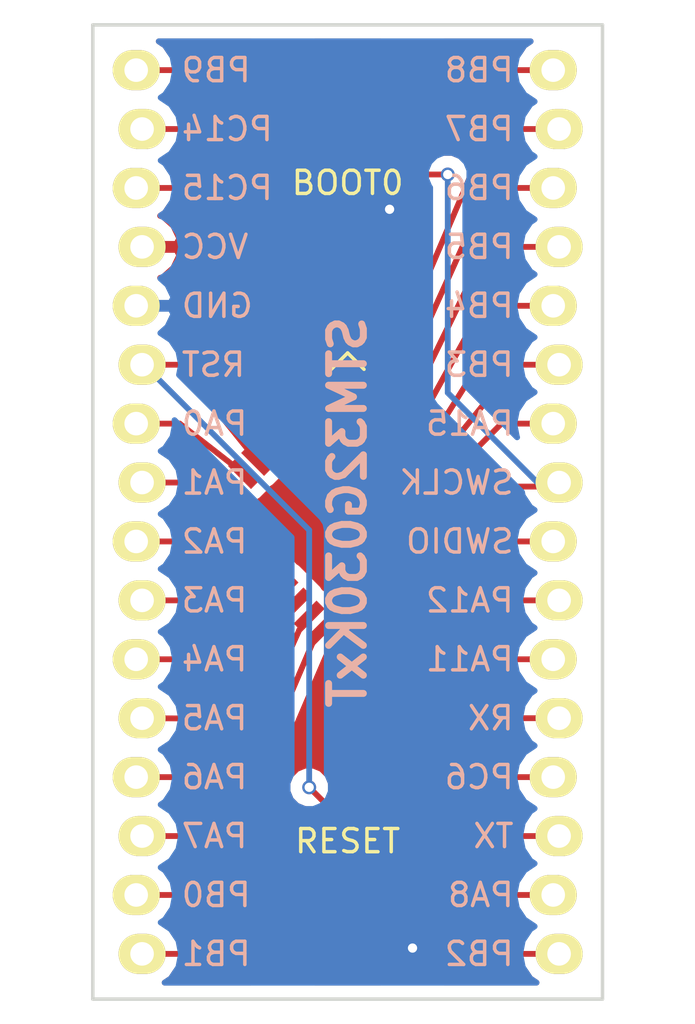
<source format=kicad_pcb>
(kicad_pcb (version 4) (host pcbnew 4.0.2+dfsg1-stable)

  (general
    (links 43)
    (no_connects 0)
    (area 125.794999 76.065 156.205001 121.785)
    (thickness 1.6)
    (drawings 37)
    (tracks 113)
    (zones 0)
    (modules 9)
    (nets 34)
  )

  (page A4)
  (layers
    (0 F.Cu signal)
    (31 B.Cu signal)
    (32 B.Adhes user)
    (33 F.Adhes user)
    (34 B.Paste user)
    (35 F.Paste user)
    (36 B.SilkS user)
    (37 F.SilkS user)
    (38 B.Mask user)
    (39 F.Mask user)
    (40 Dwgs.User user)
    (41 Cmts.User user)
    (42 Eco1.User user)
    (43 Eco2.User user)
    (44 Edge.Cuts user)
    (45 Margin user)
    (46 B.CrtYd user)
    (47 F.CrtYd user)
    (48 B.Fab user)
    (49 F.Fab user)
  )

  (setup
    (last_trace_width 0.25)
    (trace_clearance 0.2)
    (zone_clearance 0.508)
    (zone_45_only no)
    (trace_min 0.2)
    (segment_width 0.2)
    (edge_width 0.15)
    (via_size 0.6)
    (via_drill 0.4)
    (via_min_size 0.4)
    (via_min_drill 0.3)
    (uvia_size 0.3)
    (uvia_drill 0.1)
    (uvias_allowed no)
    (uvia_min_size 0.2)
    (uvia_min_drill 0.1)
    (pcb_text_width 0.3)
    (pcb_text_size 1.5 1.5)
    (mod_edge_width 0.15)
    (mod_text_size 1 1)
    (mod_text_width 0.15)
    (pad_size 0.8 0.8)
    (pad_drill 0)
    (pad_to_mask_clearance 0.2)
    (aux_axis_origin 0 0)
    (visible_elements FFFFFF7F)
    (pcbplotparams
      (layerselection 0x00030_80000001)
      (usegerberextensions false)
      (excludeedgelayer true)
      (linewidth 0.150000)
      (plotframeref false)
      (viasonmask false)
      (mode 1)
      (useauxorigin false)
      (hpglpennumber 1)
      (hpglpenspeed 20)
      (hpglpendiameter 15)
      (hpglpenoverlay 2)
      (psnegative false)
      (psa4output false)
      (plotreference true)
      (plotvalue true)
      (plotinvisibletext false)
      (padsonsilk false)
      (subtractmaskfromsilk false)
      (outputformat 1)
      (mirror false)
      (drillshape 1)
      (scaleselection 1)
      (outputdirectory ""))
  )

  (net 0 "")
  (net 1 /gnd)
  (net 2 /vcc)
  (net 3 /boot0)
  (net 4 /nrst)
  (net 5 /pa0)
  (net 6 /pa1)
  (net 7 /pa2)
  (net 8 /pa3)
  (net 9 /pa4)
  (net 10 /pa5)
  (net 11 /pa6)
  (net 12 /pa7)
  (net 13 /pb0)
  (net 14 /pb1)
  (net 15 /pb9)
  (net 16 /pc14)
  (net 17 /pc15)
  (net 18 /pb8)
  (net 19 /pb7)
  (net 20 /pb6)
  (net 21 /pb5)
  (net 22 /pb4)
  (net 23 /pb3)
  (net 24 /pa15)
  (net 25 /swdio)
  (net 26 /pa12)
  (net 27 /pa11)
  (net 28 /rx)
  (net 29 /pc6)
  (net 30 /tx)
  (net 31 /pa8)
  (net 32 /pb2)
  (net 33 /x0)

  (net_class Default "This is the default net class."
    (clearance 0.2)
    (trace_width 0.25)
    (via_dia 0.6)
    (via_drill 0.4)
    (uvia_dia 0.3)
    (uvia_drill 0.1)
    (add_net /boot0)
    (add_net /gnd)
    (add_net /nrst)
    (add_net /pa0)
    (add_net /pa1)
    (add_net /pa11)
    (add_net /pa12)
    (add_net /pa15)
    (add_net /pa2)
    (add_net /pa3)
    (add_net /pa4)
    (add_net /pa5)
    (add_net /pa6)
    (add_net /pa7)
    (add_net /pa8)
    (add_net /pb0)
    (add_net /pb1)
    (add_net /pb2)
    (add_net /pb3)
    (add_net /pb4)
    (add_net /pb5)
    (add_net /pb6)
    (add_net /pb7)
    (add_net /pb8)
    (add_net /pb9)
    (add_net /pc14)
    (add_net /pc15)
    (add_net /pc6)
    (add_net /rx)
    (add_net /swdio)
    (add_net /tx)
    (add_net /vcc)
    (add_net /x0)
  )

  (module 00_my_modules:header1x16wiggle (layer F.Cu) (tedit 5E7839A4) (tstamp 5E6473A0)
    (at 150 99)
    (descr "Through hole pin header")
    (tags "pin header")
    (fp_text reference "" (at 0 -2.4) (layer F.SilkS)
      (effects (font (size 0.5 0.5) (thickness 0.01)))
    )
    (fp_text value "" (at 0 -3.1) (layer F.Fab)
      (effects (font (size 0.5 0.5) (thickness 0.01)))
    )
    (fp_line (start -1.75 -20.8) (end -1.75 20.8) (layer F.CrtYd) (width 0.05))
    (fp_line (start 1.75 -20.8) (end 1.75 20.8) (layer F.CrtYd) (width 0.05))
    (fp_line (start -1.75 -20.8) (end 1.75 -20.8) (layer F.CrtYd) (width 0.05))
    (fp_line (start -1.75 20.8) (end 1.75 20.8) (layer F.CrtYd) (width 0.05))
    (fp_line (start -6 -19.05) (end 6 -19.05) (layer F.CrtYd) (width 0.01))
    (fp_line (start -6 0) (end 6 0) (layer F.CrtYd) (width 0.01))
    (fp_line (start -6 19.05) (end 6 19.05) (layer F.CrtYd) (width 0.01))
    (fp_line (start -3 -19.05) (end 3 -19.05) (layer F.CrtYd) (width 0.01))
    (fp_line (start -3 -16.51) (end 3 -16.51) (layer F.CrtYd) (width 0.01))
    (fp_line (start -3 -13.97) (end 3 -13.97) (layer F.CrtYd) (width 0.01))
    (fp_line (start -3 -11.43) (end 3 -11.43) (layer F.CrtYd) (width 0.01))
    (fp_line (start -3 -8.89) (end 3 -8.89) (layer F.CrtYd) (width 0.01))
    (fp_line (start -3 -6.35) (end 3 -6.35) (layer F.CrtYd) (width 0.01))
    (fp_line (start -3 -3.81) (end 3 -3.81) (layer F.CrtYd) (width 0.01))
    (fp_line (start -3 -1.27) (end 3 -1.27) (layer F.CrtYd) (width 0.01))
    (fp_line (start -3 1.27) (end 3 1.27) (layer F.CrtYd) (width 0.01))
    (fp_line (start -3 3.81) (end 3 3.81) (layer F.CrtYd) (width 0.01))
    (fp_line (start -3 6.35) (end 3 6.35) (layer F.CrtYd) (width 0.01))
    (fp_line (start -3 8.89) (end 3 8.89) (layer F.CrtYd) (width 0.01))
    (fp_line (start -3 11.43) (end 3 11.43) (layer F.CrtYd) (width 0.01))
    (fp_line (start -3 13.97) (end 3 13.97) (layer F.CrtYd) (width 0.01))
    (fp_line (start -3 16.51) (end 3 16.51) (layer F.CrtYd) (width 0.01))
    (fp_line (start -3 19.05) (end 3 19.05) (layer F.CrtYd) (width 0.01))
    (pad 1 thru_hole oval (at -0.127 -19.05) (size 2.032 1.7272) (drill 1.016) (layers *.Cu *.Mask F.SilkS)
      (net 18 /pb8))
    (pad 2 thru_hole oval (at 0.127 -16.51) (size 2.032 1.7272) (drill 1.016) (layers *.Cu *.Mask F.SilkS)
      (net 19 /pb7))
    (pad 3 thru_hole oval (at -0.127 -13.97) (size 2.032 1.7272) (drill 1.016) (layers *.Cu *.Mask F.SilkS)
      (net 20 /pb6))
    (pad 4 thru_hole oval (at 0.127 -11.43) (size 2.032 1.7272) (drill 1.016) (layers *.Cu *.Mask F.SilkS)
      (net 21 /pb5))
    (pad 5 thru_hole oval (at -0.127 -8.89) (size 2.032 1.7272) (drill 1.016) (layers *.Cu *.Mask F.SilkS)
      (net 22 /pb4))
    (pad 6 thru_hole oval (at 0.127 -6.35) (size 2.032 1.7272) (drill 1.016) (layers *.Cu *.Mask F.SilkS)
      (net 23 /pb3))
    (pad 7 thru_hole oval (at -0.127 -3.81) (size 2.032 1.7272) (drill 1.016) (layers *.Cu *.Mask F.SilkS)
      (net 24 /pa15))
    (pad 8 thru_hole oval (at 0.127 -1.27) (size 2.032 1.7272) (drill 1.016) (layers *.Cu *.Mask F.SilkS)
      (net 3 /boot0))
    (pad 9 thru_hole oval (at -0.127 1.27) (size 2.032 1.7272) (drill 1.016) (layers *.Cu *.Mask F.SilkS)
      (net 25 /swdio))
    (pad 10 thru_hole oval (at 0.127 3.81) (size 2.032 1.7272) (drill 1.016) (layers *.Cu *.Mask F.SilkS)
      (net 26 /pa12))
    (pad 11 thru_hole oval (at -0.127 6.35) (size 2.032 1.7272) (drill 1.016) (layers *.Cu *.Mask F.SilkS)
      (net 27 /pa11))
    (pad 12 thru_hole oval (at 0.127 8.89) (size 2.032 1.7272) (drill 1.016) (layers *.Cu *.Mask F.SilkS)
      (net 28 /rx))
    (pad 13 thru_hole oval (at -0.127 11.43) (size 2.032 1.7272) (drill 1.016) (layers *.Cu *.Mask F.SilkS)
      (net 29 /pc6))
    (pad 14 thru_hole oval (at 0.127 13.97) (size 2.032 1.7272) (drill 1.016) (layers *.Cu *.Mask F.SilkS)
      (net 30 /tx))
    (pad 15 thru_hole oval (at -0.127 16.51) (size 2.032 1.7272) (drill 1.016) (layers *.Cu *.Mask F.SilkS)
      (net 31 /pa8))
    (pad 16 thru_hole oval (at 0.127 19.05) (size 2.032 1.7272) (drill 1.016) (layers *.Cu *.Mask F.SilkS)
      (net 32 /pb2))
  )

  (module 00_my_modules:header1x16wiggle (layer F.Cu) (tedit 5E7836EF) (tstamp 5E6473D5)
    (at 132 99)
    (descr "Through hole pin header")
    (tags "pin header")
    (fp_text reference "" (at 0 -2.4) (layer F.SilkS)
      (effects (font (size 0.5 0.5) (thickness 0.01)))
    )
    (fp_text value "" (at 0 -3.1) (layer F.Fab)
      (effects (font (size 0.5 0.5) (thickness 0.01)))
    )
    (fp_line (start -1.75 -20.8) (end -1.75 20.8) (layer F.CrtYd) (width 0.05))
    (fp_line (start 1.75 -20.8) (end 1.75 20.8) (layer F.CrtYd) (width 0.05))
    (fp_line (start -1.75 -20.8) (end 1.75 -20.8) (layer F.CrtYd) (width 0.05))
    (fp_line (start -1.75 20.8) (end 1.75 20.8) (layer F.CrtYd) (width 0.05))
    (fp_line (start -6 -19.05) (end 6 -19.05) (layer F.CrtYd) (width 0.01))
    (fp_line (start -6 0) (end 6 0) (layer F.CrtYd) (width 0.01))
    (fp_line (start -6 19.05) (end 6 19.05) (layer F.CrtYd) (width 0.01))
    (fp_line (start -3 -19.05) (end 3 -19.05) (layer F.CrtYd) (width 0.01))
    (fp_line (start -3 -16.51) (end 3 -16.51) (layer F.CrtYd) (width 0.01))
    (fp_line (start -3 -13.97) (end 3 -13.97) (layer F.CrtYd) (width 0.01))
    (fp_line (start -3 -11.43) (end 3 -11.43) (layer F.CrtYd) (width 0.01))
    (fp_line (start -3 -8.89) (end 3 -8.89) (layer F.CrtYd) (width 0.01))
    (fp_line (start -3 -6.35) (end 3 -6.35) (layer F.CrtYd) (width 0.01))
    (fp_line (start -3 -3.81) (end 3 -3.81) (layer F.CrtYd) (width 0.01))
    (fp_line (start -3 -1.27) (end 3 -1.27) (layer F.CrtYd) (width 0.01))
    (fp_line (start -3 1.27) (end 3 1.27) (layer F.CrtYd) (width 0.01))
    (fp_line (start -3 3.81) (end 3 3.81) (layer F.CrtYd) (width 0.01))
    (fp_line (start -3 6.35) (end 3 6.35) (layer F.CrtYd) (width 0.01))
    (fp_line (start -3 8.89) (end 3 8.89) (layer F.CrtYd) (width 0.01))
    (fp_line (start -3 11.43) (end 3 11.43) (layer F.CrtYd) (width 0.01))
    (fp_line (start -3 13.97) (end 3 13.97) (layer F.CrtYd) (width 0.01))
    (fp_line (start -3 16.51) (end 3 16.51) (layer F.CrtYd) (width 0.01))
    (fp_line (start -3 19.05) (end 3 19.05) (layer F.CrtYd) (width 0.01))
    (pad 1 thru_hole oval (at -0.127 -19.05) (size 2.032 1.7272) (drill 1.016) (layers *.Cu *.Mask F.SilkS)
      (net 15 /pb9))
    (pad 2 thru_hole oval (at 0.127 -16.51) (size 2.032 1.7272) (drill 1.016) (layers *.Cu *.Mask F.SilkS)
      (net 16 /pc14))
    (pad 3 thru_hole oval (at -0.127 -13.97) (size 2.032 1.7272) (drill 1.016) (layers *.Cu *.Mask F.SilkS)
      (net 17 /pc15))
    (pad 4 thru_hole oval (at 0.127 -11.43) (size 2.032 1.7272) (drill 1.016) (layers *.Cu *.Mask F.SilkS)
      (net 2 /vcc))
    (pad 5 thru_hole oval (at -0.127 -8.89) (size 2.032 1.7272) (drill 1.016) (layers *.Cu *.Mask F.SilkS)
      (net 1 /gnd))
    (pad 6 thru_hole oval (at 0.127 -6.35) (size 2.032 1.7272) (drill 1.016) (layers *.Cu *.Mask F.SilkS)
      (net 4 /nrst))
    (pad 7 thru_hole oval (at -0.127 -3.81) (size 2.032 1.7272) (drill 1.016) (layers *.Cu *.Mask F.SilkS)
      (net 5 /pa0))
    (pad 8 thru_hole oval (at 0.127 -1.27) (size 2.032 1.7272) (drill 1.016) (layers *.Cu *.Mask F.SilkS)
      (net 6 /pa1))
    (pad 9 thru_hole oval (at -0.127 1.27) (size 2.032 1.7272) (drill 1.016) (layers *.Cu *.Mask F.SilkS)
      (net 7 /pa2))
    (pad 10 thru_hole oval (at 0.127 3.81) (size 2.032 1.7272) (drill 1.016) (layers *.Cu *.Mask F.SilkS)
      (net 8 /pa3))
    (pad 11 thru_hole oval (at -0.127 6.35) (size 2.032 1.7272) (drill 1.016) (layers *.Cu *.Mask F.SilkS)
      (net 9 /pa4))
    (pad 12 thru_hole oval (at 0.127 8.89) (size 2.032 1.7272) (drill 1.016) (layers *.Cu *.Mask F.SilkS)
      (net 10 /pa5))
    (pad 13 thru_hole oval (at -0.127 11.43) (size 2.032 1.7272) (drill 1.016) (layers *.Cu *.Mask F.SilkS)
      (net 11 /pa6))
    (pad 14 thru_hole oval (at 0.127 13.97) (size 2.032 1.7272) (drill 1.016) (layers *.Cu *.Mask F.SilkS)
      (net 12 /pa7))
    (pad 15 thru_hole oval (at -0.127 16.51) (size 2.032 1.7272) (drill 1.016) (layers *.Cu *.Mask F.SilkS)
      (net 13 /pb0))
    (pad 16 thru_hole oval (at 0.127 19.05) (size 2.032 1.7272) (drill 1.016) (layers *.Cu *.Mask F.SilkS)
      (net 14 /pb1))
  )

  (module 00_my_modules:BUTTON4_SMD (layer F.Cu) (tedit 5E782F5E) (tstamp 5E6474DD)
    (at 141 117)
    (descr button4_smd)
    (tags "SPST button tactile switch")
    (fp_text reference RESET (at 0 -3.81) (layer F.SilkS)
      (effects (font (size 1 1) (thickness 0.15)))
    )
    (fp_text value "" (at 0 3.81) (layer F.Fab)
      (effects (font (size 1 1) (thickness 0.15)))
    )
    (fp_line (start -1.54 -2.54) (end -2.54 -1.54) (layer F.Fab) (width 0.2032))
    (fp_line (start -2.54 -1.24) (end -2.54 1.27) (layer F.Fab) (width 0.2032))
    (fp_line (start -2.54 1.54) (end -1.54 2.54) (layer F.Fab) (width 0.2032))
    (fp_line (start -1.54 2.54) (end 1.54 2.54) (layer F.Fab) (width 0.2032))
    (fp_line (start 1.54 2.54) (end 2.54 1.54) (layer F.Fab) (width 0.2032))
    (fp_line (start 2.54 1.24) (end 2.54 -1.24) (layer F.Fab) (width 0.2032))
    (fp_line (start 2.54 -1.54) (end 1.54 -2.54) (layer F.Fab) (width 0.2032))
    (fp_line (start 1.54 -2.54) (end -1.54 -2.54) (layer F.Fab) (width 0.2032))
    (fp_line (start 1.905 1.27) (end 1.905 0.445) (layer F.Fab) (width 0.127))
    (fp_line (start 1.905 0.445) (end 2.16 -0.01) (layer F.Fab) (width 0.127))
    (fp_line (start 1.905 -0.23) (end 1.905 -1.115) (layer F.Fab) (width 0.127))
    (fp_circle (center 0 0) (end 0 1.27) (layer F.Fab) (width 0.2032))
    (pad 1 smd rect (at -2.794 1.905) (size 1.524 0.762) (layers F.Cu F.Paste F.Mask))
    (pad 2 smd rect (at 2.794 1.905) (size 1.524 0.762) (layers F.Cu F.Paste F.Mask)
      (net 1 /gnd))
    (pad 3 smd rect (at -2.794 -1.905) (size 1.524 0.762) (layers F.Cu F.Paste F.Mask))
    (pad 4 smd rect (at 2.794 -1.905) (size 1.524 0.762) (layers F.Cu F.Paste F.Mask)
      (net 4 /nrst))
  )

  (module 00_my_modules:BUTTON4_SMD (layer F.Cu) (tedit 5E782F4E) (tstamp 5E647504)
    (at 141 81 180)
    (descr button4_smd)
    (tags "SPST button tactile switch")
    (fp_text reference BOOT0 (at 0 -3.81 180) (layer F.SilkS)
      (effects (font (size 1 1) (thickness 0.15)))
    )
    (fp_text value "" (at 0 3.81 180) (layer F.Fab)
      (effects (font (size 1 1) (thickness 0.15)))
    )
    (fp_line (start -1.54 -2.54) (end -2.54 -1.54) (layer F.Fab) (width 0.2032))
    (fp_line (start -2.54 -1.24) (end -2.54 1.27) (layer F.Fab) (width 0.2032))
    (fp_line (start -2.54 1.54) (end -1.54 2.54) (layer F.Fab) (width 0.2032))
    (fp_line (start -1.54 2.54) (end 1.54 2.54) (layer F.Fab) (width 0.2032))
    (fp_line (start 1.54 2.54) (end 2.54 1.54) (layer F.Fab) (width 0.2032))
    (fp_line (start 2.54 1.24) (end 2.54 -1.24) (layer F.Fab) (width 0.2032))
    (fp_line (start 2.54 -1.54) (end 1.54 -2.54) (layer F.Fab) (width 0.2032))
    (fp_line (start 1.54 -2.54) (end -1.54 -2.54) (layer F.Fab) (width 0.2032))
    (fp_line (start 1.905 1.27) (end 1.905 0.445) (layer F.Fab) (width 0.127))
    (fp_line (start 1.905 0.445) (end 2.16 -0.01) (layer F.Fab) (width 0.127))
    (fp_line (start 1.905 -0.23) (end 1.905 -1.115) (layer F.Fab) (width 0.127))
    (fp_circle (center 0 0) (end 0 1.27) (layer F.Fab) (width 0.2032))
    (pad 1 smd rect (at -2.794 1.905 180) (size 1.524 0.762) (layers F.Cu F.Paste F.Mask)
      (net 2 /vcc))
    (pad 2 smd rect (at 2.794 1.905 180) (size 1.524 0.762) (layers F.Cu F.Paste F.Mask))
    (pad 3 smd rect (at -2.794 -1.905 180) (size 1.524 0.762) (layers F.Cu F.Paste F.Mask)
      (net 3 /boot0))
    (pad 4 smd rect (at 2.794 -1.905 180) (size 1.524 0.762) (layers F.Cu F.Paste F.Mask))
  )

  (module 00_my_modules:R_0603 (layer F.Cu) (tedit 5E783001) (tstamp 5E647FE3)
    (at 144.1 85.2 90)
    (descr R0603)
    (tags "resistor 0603")
    (attr smd)
    (fp_text reference R (at 0 0 90) (layer F.Fab)
      (effects (font (size 0.5 0.5) (thickness 0.1)))
    )
    (fp_text value "" (at 0 0 90) (layer F.Fab)
      (effects (font (size 0.5 0.5) (thickness 0.01)))
    )
    (fp_line (start -1.2 -0.45) (end 1.2 -0.45) (layer F.CrtYd) (width 0.01))
    (fp_line (start -1.2 0.45) (end 1.2 0.45) (layer F.CrtYd) (width 0.01))
    (fp_line (start -1.2 -0.45) (end -1.2 0.45) (layer F.CrtYd) (width 0.01))
    (fp_line (start 1.2 -0.45) (end 1.2 0.45) (layer F.CrtYd) (width 0.01))
    (pad 1 smd rect (at -0.75 0 90) (size 0.8 0.8) (layers F.Cu F.Paste F.Mask)
      (net 1 /gnd))
    (pad 2 smd rect (at 0.75 0 90) (size 0.8 0.8) (layers F.Cu F.Paste F.Mask)
      (net 3 /boot0))
  )

  (module 00_my_modules:R_0603 (layer F.Cu) (tedit 5E782FE6) (tstamp 5E64802F)
    (at 144.1 112.8 90)
    (descr R0603)
    (tags "resistor 0603")
    (attr smd)
    (fp_text reference R (at 0 0 90) (layer F.Fab)
      (effects (font (size 0.5 0.5) (thickness 0.1)))
    )
    (fp_text value "" (at 0 0 90) (layer F.Fab)
      (effects (font (size 0.5 0.5) (thickness 0.01)))
    )
    (fp_line (start -1.2 -0.45) (end 1.2 -0.45) (layer F.CrtYd) (width 0.01))
    (fp_line (start -1.2 0.45) (end 1.2 0.45) (layer F.CrtYd) (width 0.01))
    (fp_line (start -1.2 -0.45) (end -1.2 0.45) (layer F.CrtYd) (width 0.01))
    (fp_line (start 1.2 -0.45) (end 1.2 0.45) (layer F.CrtYd) (width 0.01))
    (pad 1 smd rect (at -0.75 0 90) (size 0.8 0.8) (layers F.Cu F.Paste F.Mask)
      (net 4 /nrst))
    (pad 2 smd rect (at 0.75 0 90) (size 0.8 0.8) (layers F.Cu F.Paste F.Mask)
      (net 2 /vcc))
  )

  (module 00_my_modules:R_0603 (layer F.Cu) (tedit 5E783E1A) (tstamp 5E648085)
    (at 141 89)
    (descr R0603)
    (tags "resistor 0603")
    (attr smd)
    (fp_text reference R (at 0 0) (layer F.Fab)
      (effects (font (size 0.5 0.5) (thickness 0.1)))
    )
    (fp_text value "" (at 0 0) (layer F.Fab)
      (effects (font (size 0.5 0.5) (thickness 0.01)))
    )
    (fp_line (start -1.2 -0.45) (end 1.2 -0.45) (layer F.CrtYd) (width 0.01))
    (fp_line (start -1.2 0.45) (end 1.2 0.45) (layer F.CrtYd) (width 0.01))
    (fp_line (start -1.2 -0.45) (end -1.2 0.45) (layer F.CrtYd) (width 0.01))
    (fp_line (start 1.2 -0.45) (end 1.2 0.45) (layer F.CrtYd) (width 0.01))
    (pad 1 smd rect (at -0.75 0) (size 0.8 0.8) (layers F.Cu F.Paste F.Mask)
      (net 33 /x0))
    (pad 2 smd rect (at 0.75 0) (size 0.8 0.8) (layers F.Cu F.Paste F.Mask)
      (net 18 /pb8))
  )

  (module 00_my_modules:L_0603 (layer F.Cu) (tedit 5E783D5D) (tstamp 5E648878)
    (at 141 87)
    (descr L_0603)
    (tags "led 0603")
    (attr smd)
    (fp_text reference L (at 0 -0.6) (layer F.Fab)
      (effects (font (size 0.1 0.1) (thickness 0.01)))
    )
    (fp_text value "" (at 0 0.6) (layer F.Fab)
      (effects (font (size 0.1 0.1) (thickness 0.01)))
    )
    (fp_line (start -1.2 -0.45) (end 1.2 -0.45) (layer F.CrtYd) (width 0.01))
    (fp_line (start -1.2 0.45) (end 1.2 0.45) (layer F.CrtYd) (width 0.01))
    (fp_line (start -1.2 -0.45) (end -1.2 0.45) (layer F.CrtYd) (width 0.01))
    (fp_line (start 1.2 -0.45) (end 1.2 0.45) (layer F.CrtYd) (width 0.01))
    (fp_line (start -0.1 0) (end 0.1 0.2) (layer F.CrtYd) (width 0.01))
    (fp_line (start -0.1 0) (end 0.1 -0.2) (layer F.CrtYd) (width 0.01))
    (fp_line (start -0.1 0.2) (end -0.1 -0.2) (layer F.CrtYd) (width 0.01))
    (fp_line (start 0.1 0.2) (end 0.1 -0.2) (layer F.CrtYd) (width 0.01))
    (pad 1 smd rect (at -0.75 0) (size 0.8 0.8) (layers F.Cu F.Paste F.Mask)
      (net 33 /x0))
    (pad 2 smd rect (at 0.75 0) (size 0.8 0.8) (layers F.Cu F.Paste F.Mask)
      (net 1 /gnd))
  )

  (module 00_my_modules:STM32G030KxT_LQFP32 (layer F.Cu) (tedit 5E783A3C) (tstamp 5E783464)
    (at 141 99 315)
    (descr LQFP-32)
    (tags "smd lqfp")
    (attr smd)
    (fp_text reference LQFP32 (at 0 0 315) (layer F.Fab)
      (effects (font (size 0.8 0.8) (thickness 0.1)))
    )
    (fp_text value "" (at -1.5 -3 315) (layer F.Fab)
      (effects (font (size 0.5 0.5) (thickness 0.01)))
    )
    (fp_line (start -5.05 -5.05) (end 5.05 -5.05) (layer F.CrtYd) (width 0.01))
    (fp_line (start 5.05 -5.05) (end 5.05 5.05) (layer F.CrtYd) (width 0.01))
    (fp_line (start 5.05 5.05) (end -5.05 5.05) (layer F.CrtYd) (width 0.01))
    (fp_line (start -5.05 5.05) (end -5.05 -5.05) (layer F.CrtYd) (width 0.01))
    (fp_line (start -4.85 -4.85) (end -4.85 -3.85) (layer F.SilkS) (width 0.15))
    (fp_line (start -4.85 -4.85) (end -3.85 -4.85) (layer F.SilkS) (width 0.15))
    (fp_line (start -3.65 -3.65) (end 3.65 -3.65) (layer F.Fab) (width 0.01))
    (fp_line (start 3.65 -3.65) (end 3.65 3.65) (layer F.Fab) (width 0.01))
    (fp_line (start 3.65 3.65) (end -3.65 3.65) (layer F.Fab) (width 0.01))
    (fp_line (start -3.65 3.65) (end -3.65 -3.65) (layer F.Fab) (width 0.01))
    (pad PB9 smd rect (at -4.35 -2.799999 315) (size 1.4 0.5) (layers F.Cu F.Paste F.Mask)
      (net 15 /pb9))
    (pad PC14 smd rect (at -4.35 -2 315) (size 1.4 0.5) (layers F.Cu F.Paste F.Mask)
      (net 16 /pc14))
    (pad PC15 smd rect (at -4.35 -1.200001 315) (size 1.4 0.5) (layers F.Cu F.Paste F.Mask)
      (net 17 /pc15))
    (pad 3.3 smd rect (at -4.35 -0.4 315) (size 1.4 0.5) (layers F.Cu F.Paste F.Mask)
      (net 2 /vcc))
    (pad GND smd rect (at -4.35 0.4 315) (size 1.4 0.5) (layers F.Cu F.Paste F.Mask)
      (net 1 /gnd))
    (pad RST smd rect (at -4.35 1.200001 315) (size 1.4 0.5) (layers F.Cu F.Paste F.Mask)
      (net 4 /nrst))
    (pad PA0 smd rect (at -4.35 2 315) (size 1.4 0.5) (layers F.Cu F.Paste F.Mask)
      (net 5 /pa0))
    (pad PA1 smd rect (at -4.35 2.799999 315) (size 1.4 0.5) (layers F.Cu F.Paste F.Mask)
      (net 6 /pa1))
    (pad PA2 smd rect (at -2.799999 4.35 45) (size 1.4 0.5) (layers F.Cu F.Paste F.Mask)
      (net 7 /pa2))
    (pad PA3 smd rect (at -2 4.35 45) (size 1.4 0.5) (layers F.Cu F.Paste F.Mask)
      (net 8 /pa3))
    (pad PA4 smd rect (at -1.200001 4.35 45) (size 1.4 0.5) (layers F.Cu F.Paste F.Mask)
      (net 9 /pa4))
    (pad PA5 smd rect (at -0.4 4.35 45) (size 1.4 0.5) (layers F.Cu F.Paste F.Mask)
      (net 10 /pa5))
    (pad PA6 smd rect (at 0.4 4.35 45) (size 1.4 0.5) (layers F.Cu F.Paste F.Mask)
      (net 11 /pa6))
    (pad PA7 smd rect (at 1.200001 4.35 45) (size 1.4 0.5) (layers F.Cu F.Paste F.Mask)
      (net 12 /pa7))
    (pad PB0 smd rect (at 2 4.35 45) (size 1.4 0.5) (layers F.Cu F.Paste F.Mask)
      (net 13 /pb0))
    (pad PB1 smd rect (at 2.799999 4.35 45) (size 1.4 0.5) (layers F.Cu F.Paste F.Mask)
      (net 14 /pb1))
    (pad PA13 smd rect (at 4.35 -2.799999 315) (size 1.4 0.5) (layers F.Cu F.Paste F.Mask)
      (net 25 /swdio))
    (pad PA12 smd rect (at 4.35 -2 315) (size 1.4 0.5) (layers F.Cu F.Paste F.Mask)
      (net 26 /pa12))
    (pad PA11 smd rect (at 4.35 -1.200001 315) (size 1.4 0.5) (layers F.Cu F.Paste F.Mask)
      (net 27 /pa11))
    (pad PA10 smd rect (at 4.35 -0.4 315) (size 1.4 0.5) (layers F.Cu F.Paste F.Mask)
      (net 28 /rx))
    (pad PC6 smd rect (at 4.35 0.4 315) (size 1.4 0.5) (layers F.Cu F.Paste F.Mask)
      (net 29 /pc6))
    (pad PA9 smd rect (at 4.35 1.200001 315) (size 1.4 0.5) (layers F.Cu F.Paste F.Mask)
      (net 30 /tx))
    (pad PA8 smd rect (at 4.35 2 315) (size 1.4 0.5) (layers F.Cu F.Paste F.Mask)
      (net 31 /pa8))
    (pad PB2 smd rect (at 4.35 2.799999 315) (size 1.4 0.5) (layers F.Cu F.Paste F.Mask)
      (net 32 /pb2))
    (pad PB8 smd rect (at -2.799999 -4.35 45) (size 1.4 0.5) (layers F.Cu F.Paste F.Mask)
      (net 18 /pb8))
    (pad PB7 smd rect (at -2 -4.35 45) (size 1.4 0.5) (layers F.Cu F.Paste F.Mask)
      (net 19 /pb7))
    (pad PB6 smd rect (at -1.200001 -4.35 45) (size 1.4 0.5) (layers F.Cu F.Paste F.Mask)
      (net 20 /pb6))
    (pad PB5 smd rect (at -0.4 -4.35 45) (size 1.4 0.5) (layers F.Cu F.Paste F.Mask)
      (net 21 /pb5))
    (pad PB4 smd rect (at 0.4 -4.35 45) (size 1.4 0.5) (layers F.Cu F.Paste F.Mask)
      (net 22 /pb4))
    (pad PB3 smd rect (at 1.200001 -4.35 45) (size 1.4 0.5) (layers F.Cu F.Paste F.Mask)
      (net 23 /pb3))
    (pad PA15 smd rect (at 2 -4.35 45) (size 1.4 0.5) (layers F.Cu F.Paste F.Mask)
      (net 24 /pa15))
    (pad PA14 smd rect (at 2.799999 -4.35 45) (size 1.4 0.5) (layers F.Cu F.Paste F.Mask)
      (net 3 /boot0))
  )

  (gr_text STM32G030KxT (at 141 99 90) (layer B.SilkS)
    (effects (font (size 1.5 1.5) (thickness 0.3)) (justify mirror))
  )
  (gr_text PB8 (at 148.25 79.95) (layer B.SilkS)
    (effects (font (size 1 1) (thickness 0.15)) (justify left mirror))
  )
  (gr_text PB7 (at 148.25 82.49) (layer B.SilkS)
    (effects (font (size 1 1) (thickness 0.15)) (justify left mirror))
  )
  (gr_text PB6 (at 148.25 85.03) (layer B.SilkS)
    (effects (font (size 1 1) (thickness 0.15)) (justify left mirror))
  )
  (gr_text PB5 (at 148.25 87.57) (layer B.SilkS)
    (effects (font (size 1 1) (thickness 0.15)) (justify left mirror))
  )
  (gr_text PB4 (at 148.25 90.11) (layer B.SilkS)
    (effects (font (size 1 1) (thickness 0.15)) (justify left mirror))
  )
  (gr_text PB3 (at 148.25 92.65) (layer B.SilkS)
    (effects (font (size 1 1) (thickness 0.15)) (justify left mirror))
  )
  (gr_text PA15 (at 148.25 95.19) (layer B.SilkS)
    (effects (font (size 1 1) (thickness 0.15)) (justify left mirror))
  )
  (gr_text SWCLK (at 148.25 97.73) (layer B.SilkS)
    (effects (font (size 1 1) (thickness 0.15)) (justify left mirror))
  )
  (gr_text SWDIO (at 148.25 100.27) (layer B.SilkS)
    (effects (font (size 1 1) (thickness 0.15)) (justify left mirror))
  )
  (gr_text PA12 (at 148.25 102.81) (layer B.SilkS)
    (effects (font (size 1 1) (thickness 0.15)) (justify left mirror))
  )
  (gr_text PA11 (at 148.25 105.35) (layer B.SilkS)
    (effects (font (size 1 1) (thickness 0.15)) (justify left mirror))
  )
  (gr_text RX (at 148.25 107.89) (layer B.SilkS)
    (effects (font (size 1 1) (thickness 0.15)) (justify left mirror))
  )
  (gr_text PC6 (at 148.25 110.43) (layer B.SilkS)
    (effects (font (size 1 1) (thickness 0.15)) (justify left mirror))
  )
  (gr_text TX (at 148.25 112.97) (layer B.SilkS)
    (effects (font (size 1 1) (thickness 0.15)) (justify left mirror))
  )
  (gr_text PA8 (at 148.25 115.51) (layer B.SilkS)
    (effects (font (size 1 1) (thickness 0.15)) (justify left mirror))
  )
  (gr_text PB2 (at 148.25 118.05) (layer B.SilkS)
    (effects (font (size 1 1) (thickness 0.15)) (justify left mirror))
  )
  (gr_text PB9 (at 133.75 79.95) (layer B.SilkS)
    (effects (font (size 1 1) (thickness 0.15)) (justify right mirror))
  )
  (gr_text PC14 (at 133.75 82.49) (layer B.SilkS)
    (effects (font (size 1 1) (thickness 0.15)) (justify right mirror))
  )
  (gr_text PC15 (at 133.75 85.03) (layer B.SilkS)
    (effects (font (size 1 1) (thickness 0.15)) (justify right mirror))
  )
  (gr_text VCC (at 133.75 87.57) (layer B.SilkS)
    (effects (font (size 1 1) (thickness 0.15)) (justify right mirror))
  )
  (gr_text GND (at 133.75 90.11) (layer B.SilkS)
    (effects (font (size 1 1) (thickness 0.15)) (justify right mirror))
  )
  (gr_text RST (at 133.75 92.65) (layer B.SilkS)
    (effects (font (size 1 1) (thickness 0.15)) (justify right mirror))
  )
  (gr_text PA0 (at 133.75 95.19) (layer B.SilkS)
    (effects (font (size 1 1) (thickness 0.15)) (justify right mirror))
  )
  (gr_text PA1 (at 133.75 97.73) (layer B.SilkS)
    (effects (font (size 1 1) (thickness 0.15)) (justify right mirror))
  )
  (gr_text PA2 (at 133.75 100.27) (layer B.SilkS)
    (effects (font (size 1 1) (thickness 0.15)) (justify right mirror))
  )
  (gr_text PA3 (at 133.75 102.81) (layer B.SilkS)
    (effects (font (size 1 1) (thickness 0.15)) (justify right mirror))
  )
  (gr_text PA4 (at 133.75 105.35) (layer B.SilkS)
    (effects (font (size 1 1) (thickness 0.15)) (justify right mirror))
  )
  (gr_text PA5 (at 133.75 107.89) (layer B.SilkS)
    (effects (font (size 1 1) (thickness 0.15)) (justify right mirror))
  )
  (gr_text PA6 (at 133.75 110.43) (layer B.SilkS)
    (effects (font (size 1 1) (thickness 0.15)) (justify right mirror))
  )
  (gr_text PA7 (at 133.75 112.97) (layer B.SilkS)
    (effects (font (size 1 1) (thickness 0.15)) (justify right mirror))
  )
  (gr_text PB0 (at 133.75 115.51) (layer B.SilkS)
    (effects (font (size 1 1) (thickness 0.15)) (justify right mirror))
  )
  (gr_text PB1 (at 133.75 118.05) (layer B.SilkS)
    (effects (font (size 1 1) (thickness 0.15)) (justify right mirror))
  )
  (gr_line (start 130 120) (end 130 78) (angle 90) (layer Edge.Cuts) (width 0.15))
  (gr_line (start 152 120) (end 130 120) (angle 90) (layer Edge.Cuts) (width 0.15))
  (gr_line (start 152 78) (end 152 120) (angle 90) (layer Edge.Cuts) (width 0.15))
  (gr_line (start 130 78) (end 152 78) (angle 90) (layer Edge.Cuts) (width 0.15))

  (segment (start 143.794 118.905) (end 143.794 117.806) (width 0.25) (layer F.Cu) (net 1))
  (segment (start 143.794 117.806) (end 143.8 117.8) (width 0.25) (layer F.Cu) (net 1) (tstamp 5E783DA2))
  (via (at 143.8 117.8) (size 0.6) (drill 0.4) (layers F.Cu B.Cu) (net 1))
  (segment (start 141.75 87) (end 141.76 87) (width 0.25) (layer F.Cu) (net 1))
  (segment (start 141.76 87) (end 142.81 85.95) (width 0.25) (layer F.Cu) (net 1) (tstamp 5E783D7F))
  (segment (start 144.1 85.95) (end 142.81 85.95) (width 0.25) (layer F.Cu) (net 1))
  (via (at 142.81 85.95) (size 0.6) (drill 0.4) (layers F.Cu B.Cu) (net 1))
  (segment (start 131.873 90.11) (end 133.75 90.11) (width 0.25) (layer F.Cu) (net 1))
  (segment (start 133.75 90.11) (end 137.25 95.65) (width 0.25) (layer F.Cu) (net 1) (tstamp 5E78327C))
  (segment (start 137.25 95.65) (end 137.641243 96.206928) (width 0.25) (layer F.Cu) (net 1) (tstamp 5E783C23))
  (segment (start 138.206928 95.641243) (end 138.206928 95.656928) (width 0.25) (layer F.Cu) (net 2))
  (segment (start 138.206928 95.656928) (end 139.2 96.65) (width 0.25) (layer F.Cu) (net 2) (tstamp 5E783B90))
  (segment (start 139.2 96.65) (end 141 96.65) (width 0.25) (layer F.Cu) (net 2) (tstamp 5E783B94))
  (segment (start 141 93.5) (end 141 96.65) (width 0.25) (layer F.Cu) (net 2))
  (segment (start 141 96.65) (end 141 104.5) (width 0.25) (layer F.Cu) (net 2) (tstamp 5E783B97))
  (segment (start 138.206928 95.641243) (end 137.8 95.1) (width 0.25) (layer F.Cu) (net 2))
  (segment (start 137.8 95.1) (end 133.75 87.55) (width 0.25) (layer F.Cu) (net 2) (tstamp 5E783C15))
  (segment (start 133.75 87.55) (end 132.127 87.57) (width 0.25) (layer F.Cu) (net 2) (tstamp 5E783287))
  (segment (start 150.127 97.73) (end 149.19 97.73) (width 0.25) (layer B.Cu) (net 3))
  (segment (start 149.19 97.73) (end 145.32 93.86) (width 0.25) (layer B.Cu) (net 3) (tstamp 5E783E4E))
  (segment (start 145.32 84.45) (end 144.1 84.45) (width 0.25) (layer F.Cu) (net 3) (tstamp 5E783E76))
  (via (at 145.32 84.45) (size 0.6) (drill 0.4) (layers F.Cu B.Cu) (net 3))
  (segment (start 145.32 93.86) (end 145.32 84.45) (width 0.25) (layer B.Cu) (net 3) (tstamp 5E783E65))
  (segment (start 144.1 84.45) (end 144.1 83.211) (width 0.25) (layer F.Cu) (net 3))
  (segment (start 144.1 83.211) (end 143.794 82.905) (width 0.25) (layer F.Cu) (net 3) (tstamp 5E783D72))
  (segment (start 146.055813 97.903984) (end 149.953016 97.903984) (width 0.25) (layer F.Cu) (net 3))
  (segment (start 149.953016 97.903984) (end 150.127 97.73) (width 0.25) (layer F.Cu) (net 3) (tstamp 5E7830D0))
  (segment (start 132.127 92.65) (end 132.21 92.65) (width 0.25) (layer B.Cu) (net 4))
  (segment (start 132.21 92.65) (end 139.34 99.78) (width 0.25) (layer B.Cu) (net 4) (tstamp 5E783E8B))
  (segment (start 142.02 113.55) (end 144.1 113.55) (width 0.25) (layer F.Cu) (net 4) (tstamp 5E783EB9))
  (segment (start 139.34 110.87) (end 142.02 113.55) (width 0.25) (layer F.Cu) (net 4) (tstamp 5E783EB8))
  (via (at 139.34 110.87) (size 0.6) (drill 0.4) (layers F.Cu B.Cu) (net 4))
  (segment (start 139.34 99.78) (end 139.34 110.87) (width 0.25) (layer B.Cu) (net 4) (tstamp 5E783EA4))
  (segment (start 144.1 113.55) (end 144.1 114.789) (width 0.25) (layer F.Cu) (net 4))
  (segment (start 144.1 114.789) (end 143.794 115.095) (width 0.25) (layer F.Cu) (net 4) (tstamp 5E783D98))
  (segment (start 132.127 92.65) (end 133.75 92.65) (width 0.25) (layer F.Cu) (net 4))
  (segment (start 133.75 92.65) (end 137.075557 96.772614) (width 0.25) (layer F.Cu) (net 4) (tstamp 5E783271))
  (segment (start 131.873 95.19) (end 133.75 95.19) (width 0.25) (layer F.Cu) (net 5))
  (segment (start 133.75 95.19) (end 136.509872 97.338299) (width 0.25) (layer F.Cu) (net 5) (tstamp 5E78326C))
  (segment (start 132.127 97.73) (end 135.770203 97.73) (width 0.25) (layer F.Cu) (net 6))
  (segment (start 135.770203 97.73) (end 135.944187 97.903984) (width 0.25) (layer F.Cu) (net 6) (tstamp 5E7831DB))
  (segment (start 131.873 100.27) (end 135.770203 100.27) (width 0.25) (layer F.Cu) (net 7))
  (segment (start 135.770203 100.27) (end 135.944187 100.096016) (width 0.25) (layer F.Cu) (net 7) (tstamp 5E7831DE))
  (segment (start 132.127 102.81) (end 133.75 102.81) (width 0.25) (layer F.Cu) (net 8))
  (segment (start 133.75 102.81) (end 136.509872 100.661701) (width 0.25) (layer F.Cu) (net 8) (tstamp 5E7831E1))
  (segment (start 131.873 105.35) (end 133.75 105.35) (width 0.25) (layer F.Cu) (net 9))
  (segment (start 133.75 105.35) (end 137.075557 101.227386) (width 0.25) (layer F.Cu) (net 9) (tstamp 5E7831E5))
  (segment (start 132.127 107.89) (end 133.77 107.9) (width 0.25) (layer F.Cu) (net 10))
  (segment (start 133.77 107.9) (end 137.21 102.4) (width 0.25) (layer F.Cu) (net 10) (tstamp 5E7831F2))
  (segment (start 137.21 102.4) (end 137.641243 101.793072) (width 0.25) (layer F.Cu) (net 10) (tstamp 5E783CE8))
  (segment (start 138.206928 102.358757) (end 137.79 102.95) (width 0.25) (layer F.Cu) (net 11))
  (segment (start 137.79 102.95) (end 133.75 110.43) (width 0.25) (layer F.Cu) (net 11) (tstamp 5E783CDF))
  (segment (start 133.75 110.43) (end 131.873 110.43) (width 0.25) (layer F.Cu) (net 11) (tstamp 5E7831F6))
  (segment (start 138.772614 102.924443) (end 138.35 103.53) (width 0.25) (layer F.Cu) (net 12))
  (segment (start 138.35 103.53) (end 133.75 112.97) (width 0.25) (layer F.Cu) (net 12) (tstamp 5E783CD4))
  (segment (start 133.75 112.97) (end 132.127 112.97) (width 0.25) (layer F.Cu) (net 12) (tstamp 5E783202))
  (segment (start 139.338299 103.490128) (end 138.91 104.09) (width 0.25) (layer F.Cu) (net 13))
  (segment (start 138.91 104.09) (end 133.75 115.51) (width 0.25) (layer F.Cu) (net 13) (tstamp 5E783CCC))
  (segment (start 133.75 115.51) (end 131.873 115.51) (width 0.25) (layer F.Cu) (net 13) (tstamp 5E783206))
  (segment (start 139.903984 104.055813) (end 139.48 104.66) (width 0.25) (layer F.Cu) (net 14))
  (segment (start 139.48 104.66) (end 133.75 118.05) (width 0.25) (layer F.Cu) (net 14) (tstamp 5E783CC1))
  (segment (start 133.75 118.05) (end 132.127 118.05) (width 0.25) (layer F.Cu) (net 14) (tstamp 5E78320E))
  (segment (start 139.903984 93.944187) (end 139.45 93.35) (width 0.25) (layer F.Cu) (net 15))
  (segment (start 139.45 93.35) (end 133.75 79.95) (width 0.25) (layer F.Cu) (net 15) (tstamp 5E783BFF))
  (segment (start 133.75 79.95) (end 131.873 79.95) (width 0.25) (layer F.Cu) (net 15) (tstamp 5E783294))
  (segment (start 139.338299 94.509872) (end 138.9 93.9) (width 0.25) (layer F.Cu) (net 16))
  (segment (start 138.9 93.9) (end 133.75 82.49) (width 0.25) (layer F.Cu) (net 16) (tstamp 5E783BE4))
  (segment (start 133.75 82.49) (end 132.127 82.49) (width 0.25) (layer F.Cu) (net 16) (tstamp 5E78328F))
  (segment (start 138.772614 95.075557) (end 138.35 94.5) (width 0.25) (layer F.Cu) (net 17))
  (segment (start 138.35 94.5) (end 133.75 85.03) (width 0.25) (layer F.Cu) (net 17) (tstamp 5E783C35))
  (segment (start 133.75 85.03) (end 131.873 85.03) (width 0.25) (layer F.Cu) (net 17) (tstamp 5E78328B))
  (segment (start 141.75 89) (end 144.376249 89) (width 0.25) (layer F.Cu) (net 18))
  (segment (start 142.096016 93.944187) (end 142.51 93.36) (width 0.25) (layer F.Cu) (net 18))
  (segment (start 142.51 93.36) (end 144.376249 89) (width 0.25) (layer F.Cu) (net 18) (tstamp 5E783C47))
  (segment (start 144.376249 89) (end 148.25 79.95) (width 0.25) (layer F.Cu) (net 18) (tstamp 5E783E30))
  (segment (start 148.25 79.95) (end 149.873 79.95) (width 0.25) (layer F.Cu) (net 18) (tstamp 5E783119))
  (segment (start 142.661701 94.509872) (end 143.09 93.9) (width 0.25) (layer F.Cu) (net 19))
  (segment (start 143.09 93.9) (end 148.25 82.49) (width 0.25) (layer F.Cu) (net 19) (tstamp 5E783C55))
  (segment (start 148.25 82.49) (end 150.127 82.49) (width 0.25) (layer F.Cu) (net 19) (tstamp 5E78310B))
  (segment (start 149.873 85.03) (end 148.25 85.03) (width 0.25) (layer F.Cu) (net 20))
  (segment (start 148.25 85.03) (end 143.65 94.48) (width 0.25) (layer F.Cu) (net 20) (tstamp 5E7830E5))
  (segment (start 143.65 94.48) (end 143.227386 95.075557) (width 0.25) (layer F.Cu) (net 20) (tstamp 5E783C62))
  (segment (start 143.793072 95.641243) (end 148.25 87.57) (width 0.25) (layer F.Cu) (net 21))
  (segment (start 148.25 87.57) (end 150.127 87.57) (width 0.25) (layer F.Cu) (net 21) (tstamp 5E7830DE))
  (segment (start 149.873 90.11) (end 148.25 90.11) (width 0.25) (layer F.Cu) (net 22))
  (segment (start 148.25 90.11) (end 144.78 95.61) (width 0.25) (layer F.Cu) (net 22) (tstamp 5E7830DC))
  (segment (start 144.78 95.61) (end 144.358757 96.206928) (width 0.25) (layer F.Cu) (net 22) (tstamp 5E783C6D))
  (segment (start 150.127 92.65) (end 148.25 92.65) (width 0.25) (layer F.Cu) (net 23))
  (segment (start 148.25 92.65) (end 144.924443 96.772614) (width 0.25) (layer F.Cu) (net 23) (tstamp 5E7830D6))
  (segment (start 149.873 95.19) (end 147.638427 95.19) (width 0.25) (layer F.Cu) (net 24))
  (segment (start 147.638427 95.19) (end 145.490128 97.338299) (width 0.25) (layer F.Cu) (net 24) (tstamp 5E7830D3))
  (segment (start 149.873 100.27) (end 146.229797 100.27) (width 0.25) (layer F.Cu) (net 25))
  (segment (start 146.229797 100.27) (end 146.055813 100.096016) (width 0.25) (layer F.Cu) (net 25) (tstamp 5E78313D))
  (segment (start 150.127 102.81) (end 148.25 102.81) (width 0.25) (layer F.Cu) (net 26))
  (segment (start 148.25 102.81) (end 145.490128 100.661701) (width 0.25) (layer F.Cu) (net 26) (tstamp 5E783140))
  (segment (start 149.873 105.35) (end 148.25 105.35) (width 0.25) (layer F.Cu) (net 27))
  (segment (start 148.25 105.35) (end 144.924443 101.227386) (width 0.25) (layer F.Cu) (net 27) (tstamp 5E783144))
  (segment (start 150.127 107.89) (end 148.25 107.89) (width 0.25) (layer F.Cu) (net 28))
  (segment (start 148.25 107.89) (end 144.78 102.39) (width 0.25) (layer F.Cu) (net 28) (tstamp 5E78314C))
  (segment (start 144.78 102.39) (end 144.358757 101.793072) (width 0.25) (layer F.Cu) (net 28) (tstamp 5E783CB1))
  (segment (start 143.793072 102.358757) (end 144.22 102.96) (width 0.25) (layer F.Cu) (net 29))
  (segment (start 144.22 102.96) (end 148.25 110.43) (width 0.25) (layer F.Cu) (net 29) (tstamp 5E783CA4))
  (segment (start 148.25 110.43) (end 149.873 110.43) (width 0.25) (layer F.Cu) (net 29) (tstamp 5E783168))
  (segment (start 143.227386 102.924443) (end 143.65 103.53) (width 0.25) (layer F.Cu) (net 30))
  (segment (start 143.65 103.53) (end 148.25 112.97) (width 0.25) (layer F.Cu) (net 30) (tstamp 5E783C98))
  (segment (start 148.25 112.97) (end 150.127 112.97) (width 0.25) (layer F.Cu) (net 30) (tstamp 5E783176))
  (segment (start 142.661701 103.490128) (end 143.09 104.09) (width 0.25) (layer F.Cu) (net 31))
  (segment (start 143.09 104.09) (end 148.25 115.51) (width 0.25) (layer F.Cu) (net 31) (tstamp 5E783C90))
  (segment (start 148.25 115.51) (end 149.873 115.51) (width 0.25) (layer F.Cu) (net 31) (tstamp 5E78317B))
  (segment (start 142.096016 104.055813) (end 142.52 104.66) (width 0.25) (layer F.Cu) (net 32))
  (segment (start 142.52 104.66) (end 148.25 118.05) (width 0.25) (layer F.Cu) (net 32) (tstamp 5E783C85))
  (segment (start 148.25 118.05) (end 150.127 118.05) (width 0.25) (layer F.Cu) (net 32) (tstamp 5E783180))
  (segment (start 140.25 87) (end 140.25 89) (width 0.25) (layer F.Cu) (net 33))

  (zone (net 1) (net_name /gnd) (layer B.Cu) (tstamp 5CAD78B5) (hatch edge 0.508)
    (connect_pads (clearance 0.508))
    (min_thickness 0.254)
    (fill yes (arc_segments 16) (thermal_gap 0.508) (thermal_bridge_width 0.508))
    (polygon
      (pts
        (xy 130 78) (xy 130 120) (xy 152 120) (xy 152 78)
      )
    )
    (filled_polygon
      (pts
        (xy 148.628585 78.89033) (xy 148.303729 79.376511) (xy 148.189655 79.95) (xy 148.303729 80.523489) (xy 148.628585 81.00967)
        (xy 149.070366 81.304859) (xy 148.882585 81.43033) (xy 148.557729 81.916511) (xy 148.443655 82.49) (xy 148.557729 83.063489)
        (xy 148.882585 83.54967) (xy 149.070366 83.675141) (xy 148.628585 83.97033) (xy 148.303729 84.456511) (xy 148.189655 85.03)
        (xy 148.303729 85.603489) (xy 148.628585 86.08967) (xy 149.070366 86.384859) (xy 148.882585 86.51033) (xy 148.557729 86.996511)
        (xy 148.443655 87.57) (xy 148.557729 88.143489) (xy 148.882585 88.62967) (xy 149.070366 88.755141) (xy 148.628585 89.05033)
        (xy 148.303729 89.536511) (xy 148.189655 90.11) (xy 148.303729 90.683489) (xy 148.628585 91.16967) (xy 149.070366 91.464859)
        (xy 148.882585 91.59033) (xy 148.557729 92.076511) (xy 148.443655 92.65) (xy 148.557729 93.223489) (xy 148.882585 93.70967)
        (xy 149.070366 93.835141) (xy 148.628585 94.13033) (xy 148.303729 94.616511) (xy 148.189655 95.19) (xy 148.303729 95.763489)
        (xy 148.314679 95.779877) (xy 146.08 93.545198) (xy 146.08 85.012463) (xy 146.112192 84.980327) (xy 146.254838 84.636799)
        (xy 146.255162 84.264833) (xy 146.113117 83.921057) (xy 145.850327 83.657808) (xy 145.506799 83.515162) (xy 145.134833 83.514838)
        (xy 144.791057 83.656883) (xy 144.527808 83.919673) (xy 144.385162 84.263201) (xy 144.384838 84.635167) (xy 144.526883 84.978943)
        (xy 144.56 85.012118) (xy 144.56 93.86) (xy 144.617852 94.150839) (xy 144.782599 94.397401) (xy 148.525212 98.140014)
        (xy 148.557729 98.303489) (xy 148.882585 98.78967) (xy 149.070366 98.915141) (xy 148.628585 99.21033) (xy 148.303729 99.696511)
        (xy 148.189655 100.27) (xy 148.303729 100.843489) (xy 148.628585 101.32967) (xy 149.070366 101.624859) (xy 148.882585 101.75033)
        (xy 148.557729 102.236511) (xy 148.443655 102.81) (xy 148.557729 103.383489) (xy 148.882585 103.86967) (xy 149.070366 103.995141)
        (xy 148.628585 104.29033) (xy 148.303729 104.776511) (xy 148.189655 105.35) (xy 148.303729 105.923489) (xy 148.628585 106.40967)
        (xy 149.070366 106.704859) (xy 148.882585 106.83033) (xy 148.557729 107.316511) (xy 148.443655 107.89) (xy 148.557729 108.463489)
        (xy 148.882585 108.94967) (xy 149.070366 109.075141) (xy 148.628585 109.37033) (xy 148.303729 109.856511) (xy 148.189655 110.43)
        (xy 148.303729 111.003489) (xy 148.628585 111.48967) (xy 149.070366 111.784859) (xy 148.882585 111.91033) (xy 148.557729 112.396511)
        (xy 148.443655 112.97) (xy 148.557729 113.543489) (xy 148.882585 114.02967) (xy 149.070366 114.155141) (xy 148.628585 114.45033)
        (xy 148.303729 114.936511) (xy 148.189655 115.51) (xy 148.303729 116.083489) (xy 148.628585 116.56967) (xy 149.070366 116.864859)
        (xy 148.882585 116.99033) (xy 148.557729 117.476511) (xy 148.443655 118.05) (xy 148.557729 118.623489) (xy 148.882585 119.10967)
        (xy 149.152468 119.29) (xy 133.101532 119.29) (xy 133.371415 119.10967) (xy 133.696271 118.623489) (xy 133.810345 118.05)
        (xy 133.696271 117.476511) (xy 133.371415 116.99033) (xy 132.929634 116.695141) (xy 133.117415 116.56967) (xy 133.442271 116.083489)
        (xy 133.556345 115.51) (xy 133.442271 114.936511) (xy 133.117415 114.45033) (xy 132.929634 114.324859) (xy 133.371415 114.02967)
        (xy 133.696271 113.543489) (xy 133.810345 112.97) (xy 133.696271 112.396511) (xy 133.371415 111.91033) (xy 132.929634 111.615141)
        (xy 133.117415 111.48967) (xy 133.442271 111.003489) (xy 133.556345 110.43) (xy 133.442271 109.856511) (xy 133.117415 109.37033)
        (xy 132.929634 109.244859) (xy 133.371415 108.94967) (xy 133.696271 108.463489) (xy 133.810345 107.89) (xy 133.696271 107.316511)
        (xy 133.371415 106.83033) (xy 132.929634 106.535141) (xy 133.117415 106.40967) (xy 133.442271 105.923489) (xy 133.556345 105.35)
        (xy 133.442271 104.776511) (xy 133.117415 104.29033) (xy 132.929634 104.164859) (xy 133.371415 103.86967) (xy 133.696271 103.383489)
        (xy 133.810345 102.81) (xy 133.696271 102.236511) (xy 133.371415 101.75033) (xy 132.929634 101.455141) (xy 133.117415 101.32967)
        (xy 133.442271 100.843489) (xy 133.556345 100.27) (xy 133.442271 99.696511) (xy 133.117415 99.21033) (xy 132.929634 99.084859)
        (xy 133.371415 98.78967) (xy 133.696271 98.303489) (xy 133.810345 97.73) (xy 133.696271 97.156511) (xy 133.371415 96.67033)
        (xy 132.929634 96.375141) (xy 133.117415 96.24967) (xy 133.442271 95.763489) (xy 133.556345 95.19) (xy 133.526833 95.041635)
        (xy 138.58 100.094802) (xy 138.58 110.307537) (xy 138.547808 110.339673) (xy 138.405162 110.683201) (xy 138.404838 111.055167)
        (xy 138.546883 111.398943) (xy 138.809673 111.662192) (xy 139.153201 111.804838) (xy 139.525167 111.805162) (xy 139.868943 111.663117)
        (xy 140.132192 111.400327) (xy 140.274838 111.056799) (xy 140.275162 110.684833) (xy 140.133117 110.341057) (xy 140.1 110.307882)
        (xy 140.1 99.78) (xy 140.042148 99.489161) (xy 139.877401 99.242599) (xy 133.723152 93.08835) (xy 133.810345 92.65)
        (xy 133.696271 92.076511) (xy 133.371415 91.59033) (xy 132.91661 91.286439) (xy 133.223732 91.012036) (xy 133.477709 90.484791)
        (xy 133.480358 90.469026) (xy 133.359217 90.237) (xy 132 90.237) (xy 132 90.257) (xy 131.746 90.257)
        (xy 131.746 90.237) (xy 131.726 90.237) (xy 131.726 89.983) (xy 131.746 89.983) (xy 131.746 89.963)
        (xy 132 89.963) (xy 132 89.983) (xy 133.359217 89.983) (xy 133.480358 89.750974) (xy 133.477709 89.735209)
        (xy 133.223732 89.207964) (xy 132.91661 88.933561) (xy 133.371415 88.62967) (xy 133.696271 88.143489) (xy 133.810345 87.57)
        (xy 133.696271 86.996511) (xy 133.371415 86.51033) (xy 132.929634 86.215141) (xy 133.117415 86.08967) (xy 133.442271 85.603489)
        (xy 133.556345 85.03) (xy 133.442271 84.456511) (xy 133.117415 83.97033) (xy 132.929634 83.844859) (xy 133.371415 83.54967)
        (xy 133.696271 83.063489) (xy 133.810345 82.49) (xy 133.696271 81.916511) (xy 133.371415 81.43033) (xy 132.929634 81.135141)
        (xy 133.117415 81.00967) (xy 133.442271 80.523489) (xy 133.556345 79.95) (xy 133.442271 79.376511) (xy 133.117415 78.89033)
        (xy 132.847532 78.71) (xy 148.898468 78.71)
      )
    )
  )
  (zone (net 2) (net_name /vcc) (layer F.Cu) (tstamp 5CAD78B5) (hatch edge 0.508)
    (connect_pads (clearance 0.508))
    (min_thickness 0.254)
    (fill yes (arc_segments 16) (thermal_gap 0.508) (thermal_bridge_width 0.508))
    (polygon
      (pts
        (xy 130 78) (xy 130 120) (xy 152 120) (xy 152 78)
      )
    )
    (filled_polygon
      (pts
        (xy 141.889551 105.118519) (xy 144.412839 111.015) (xy 144.38575 111.015) (xy 144.227 111.17375) (xy 144.227 111.923)
        (xy 144.247 111.923) (xy 144.247 112.177) (xy 144.227 112.177) (xy 144.227 112.197) (xy 143.973 112.197)
        (xy 143.973 112.177) (xy 143.22375 112.177) (xy 143.065 112.33575) (xy 143.065 112.576309) (xy 143.153514 112.79)
        (xy 142.334802 112.79) (xy 141.068493 111.523691) (xy 143.065 111.523691) (xy 143.065 111.76425) (xy 143.22375 111.923)
        (xy 143.973 111.923) (xy 143.973 111.17375) (xy 143.81425 111.015) (xy 143.57369 111.015) (xy 143.340301 111.111673)
        (xy 143.161673 111.290302) (xy 143.065 111.523691) (xy 141.068493 111.523691) (xy 140.275122 110.73032) (xy 140.275162 110.684833)
        (xy 140.133117 110.341057) (xy 139.870327 110.077808) (xy 139.526799 109.935162) (xy 139.154833 109.934838) (xy 138.811057 110.076883)
        (xy 138.547808 110.339673) (xy 138.405162 110.683201) (xy 138.404838 111.055167) (xy 138.546883 111.398943) (xy 138.809673 111.662192)
        (xy 139.153201 111.804838) (xy 139.200077 111.804879) (xy 141.482599 114.087401) (xy 141.72916 114.252148) (xy 142.02 114.31)
        (xy 142.539501 114.31) (xy 142.435569 114.46211) (xy 142.38456 114.714) (xy 142.38456 115.476) (xy 142.428838 115.711317)
        (xy 142.56791 115.927441) (xy 142.78011 116.072431) (xy 143.032 116.12344) (xy 144.556 116.12344) (xy 144.791317 116.079162)
        (xy 145.007441 115.94009) (xy 145.152431 115.72789) (xy 145.20344 115.476) (xy 145.20344 114.714) (xy 145.159162 114.478683)
        (xy 145.037011 114.288855) (xy 145.096431 114.20189) (xy 145.14744 113.95) (xy 145.14744 113.15) (xy 145.103162 112.914683)
        (xy 145.036671 112.811354) (xy 145.038327 112.809698) (xy 145.108426 112.640464) (xy 147.551288 118.349001) (xy 147.632654 118.467754)
        (xy 147.712599 118.587401) (xy 147.716348 118.589906) (xy 147.718897 118.593626) (xy 147.839514 118.672203) (xy 147.959161 118.752148)
        (xy 147.963582 118.753027) (xy 147.967362 118.75549) (xy 148.108862 118.781926) (xy 148.25 118.81) (xy 148.682352 118.81)
        (xy 148.882585 119.10967) (xy 149.152468 119.29) (xy 145.20263 119.29) (xy 145.20344 119.286) (xy 145.20344 118.524)
        (xy 145.159162 118.288683) (xy 145.02009 118.072559) (xy 144.80789 117.927569) (xy 144.734902 117.912789) (xy 144.735162 117.614833)
        (xy 144.593117 117.271057) (xy 144.330327 117.007808) (xy 143.986799 116.865162) (xy 143.614833 116.864838) (xy 143.271057 117.006883)
        (xy 143.007808 117.269673) (xy 142.865162 117.613201) (xy 142.864905 117.908001) (xy 142.796683 117.920838) (xy 142.580559 118.05991)
        (xy 142.435569 118.27211) (xy 142.38456 118.524) (xy 142.38456 119.286) (xy 142.385313 119.29) (xy 139.61463 119.29)
        (xy 139.61544 119.286) (xy 139.61544 118.524) (xy 139.571162 118.288683) (xy 139.43209 118.072559) (xy 139.21989 117.927569)
        (xy 138.968 117.87656) (xy 137.444 117.87656) (xy 137.208683 117.920838) (xy 136.992559 118.05991) (xy 136.847569 118.27211)
        (xy 136.79656 118.524) (xy 136.79656 119.286) (xy 136.797313 119.29) (xy 133.101532 119.29) (xy 133.371415 119.10967)
        (xy 133.571648 118.81) (xy 133.75 118.81) (xy 133.891181 118.781917) (xy 134.032638 118.755489) (xy 134.036416 118.753028)
        (xy 134.040839 118.752148) (xy 134.160515 118.672184) (xy 134.281103 118.593626) (xy 134.283652 118.589906) (xy 134.287401 118.587401)
        (xy 134.367346 118.467754) (xy 134.448712 118.349001) (xy 136.004242 114.714) (xy 136.79656 114.714) (xy 136.79656 115.476)
        (xy 136.840838 115.711317) (xy 136.97991 115.927441) (xy 137.19211 116.072431) (xy 137.444 116.12344) (xy 138.968 116.12344)
        (xy 139.203317 116.079162) (xy 139.419441 115.94009) (xy 139.564431 115.72789) (xy 139.61544 115.476) (xy 139.61544 114.714)
        (xy 139.571162 114.478683) (xy 139.43209 114.262559) (xy 139.21989 114.117569) (xy 138.968 114.06656) (xy 137.444 114.06656)
        (xy 137.208683 114.110838) (xy 136.992559 114.24991) (xy 136.847569 114.46211) (xy 136.79656 114.714) (xy 136.004242 114.714)
        (xy 140.110449 105.118519) (xy 141 104.228968)
      )
    )
    (filled_polygon
      (pts
        (xy 141.320009 95.073747) (xy 141.450659 95.163016) (xy 141.532141 95.285879) (xy 141.885694 95.639432) (xy 142.016344 95.728701)
        (xy 142.097826 95.851564) (xy 142.451379 96.205117) (xy 142.582029 96.294387) (xy 142.663512 96.41725) (xy 143.017065 96.770803)
        (xy 143.147715 96.860072) (xy 143.229197 96.982935) (xy 143.58275 97.336488) (xy 143.7134 97.425758) (xy 143.794883 97.548621)
        (xy 144.148436 97.902174) (xy 144.279086 97.991443) (xy 144.360568 98.114306) (xy 144.714121 98.467859) (xy 144.844771 98.557128)
        (xy 144.926253 98.679991) (xy 145.246262 99) (xy 144.926253 99.320009) (xy 144.836984 99.450659) (xy 144.714121 99.532141)
        (xy 144.360568 99.885694) (xy 144.271299 100.016344) (xy 144.148436 100.097826) (xy 143.794883 100.451379) (xy 143.705613 100.582029)
        (xy 143.58275 100.663512) (xy 143.229197 101.017065) (xy 143.139928 101.147715) (xy 143.017065 101.229197) (xy 142.663512 101.58275)
        (xy 142.574242 101.7134) (xy 142.451379 101.794883) (xy 142.097826 102.148436) (xy 142.008557 102.279086) (xy 141.885694 102.360568)
        (xy 141.532141 102.714121) (xy 141.442872 102.844771) (xy 141.320009 102.926253) (xy 141 103.246262) (xy 140.679991 102.926253)
        (xy 140.549341 102.836984) (xy 140.467859 102.714121) (xy 140.114306 102.360568) (xy 139.983656 102.271299) (xy 139.902174 102.148436)
        (xy 139.548621 101.794883) (xy 139.417971 101.705613) (xy 139.336488 101.58275) (xy 138.982935 101.229197) (xy 138.852285 101.139928)
        (xy 138.770803 101.017065) (xy 138.41725 100.663512) (xy 138.2866 100.574242) (xy 138.205117 100.451379) (xy 137.851564 100.097826)
        (xy 137.720914 100.008557) (xy 137.639432 99.885694) (xy 137.285879 99.532141) (xy 137.155229 99.442872) (xy 137.073747 99.320009)
        (xy 136.753738 99) (xy 137.073747 98.679991) (xy 137.163016 98.549341) (xy 137.285879 98.467859) (xy 137.639432 98.114306)
        (xy 137.728701 97.983656) (xy 137.851564 97.902174) (xy 138.205117 97.548621) (xy 138.294387 97.417971) (xy 138.41725 97.336488)
        (xy 138.770803 96.982935) (xy 138.85122 96.865241) (xy 138.884824 96.851322) (xy 138.950274 96.785872) (xy 138.950274 96.58062)
        (xy 138.960372 96.53407) (xy 138.927859 96.361277) (xy 139.081868 96.394686) (xy 139.13553 96.384589) (xy 139.351557 96.384589)
        (xy 139.417007 96.319139) (xy 139.432276 96.282277) (xy 139.548621 96.205117) (xy 139.902174 95.851564) (xy 139.991443 95.720914)
        (xy 140.114306 95.639432) (xy 140.467859 95.285879) (xy 140.557128 95.155229) (xy 140.679991 95.073747) (xy 141 94.753738)
      )
    )
    (filled_polygon
      (pts
        (xy 137.490409 94.469787) (xy 137.463582 94.496614) (xy 137.463582 94.565137) (xy 134.392516 89.704078) (xy 134.334332 89.642837)
        (xy 134.287401 89.572599) (xy 134.233182 89.536371) (xy 134.188268 89.489097) (xy 134.111076 89.454782) (xy 134.040839 89.407852)
        (xy 133.976886 89.395131) (xy 133.917298 89.368642) (xy 133.83285 89.36648) (xy 133.75 89.35) (xy 133.317648 89.35)
        (xy 133.117415 89.05033) (xy 132.906218 88.909212) (xy 133.04132 88.861954) (xy 133.477732 88.472036) (xy 133.731709 87.944791)
        (xy 133.734358 87.929026) (xy 133.613217 87.697) (xy 132.254 87.697) (xy 132.254 87.717) (xy 132 87.717)
        (xy 132 87.697) (xy 131.98 87.697) (xy 131.98 87.443) (xy 132 87.443) (xy 132 87.423)
        (xy 132.254 87.423) (xy 132.254 87.443) (xy 133.613217 87.443) (xy 133.734358 87.210974) (xy 133.731709 87.195209)
        (xy 133.477732 86.667964) (xy 133.04132 86.278046) (xy 132.906218 86.230788) (xy 133.117415 86.08967) (xy 133.292518 85.82761)
      )
    )
    (filled_polygon
      (pts
        (xy 136.79656 78.714) (xy 136.79656 79.476) (xy 136.840838 79.711317) (xy 136.97991 79.927441) (xy 137.19211 80.072431)
        (xy 137.444 80.12344) (xy 138.968 80.12344) (xy 139.203317 80.079162) (xy 139.419441 79.94009) (xy 139.564431 79.72789)
        (xy 139.61544 79.476) (xy 139.61544 79.38075) (xy 142.397 79.38075) (xy 142.397 79.60231) (xy 142.493673 79.835699)
        (xy 142.672302 80.014327) (xy 142.905691 80.111) (xy 143.50825 80.111) (xy 143.667 79.95225) (xy 143.667 79.222)
        (xy 143.921 79.222) (xy 143.921 79.95225) (xy 144.07975 80.111) (xy 144.682309 80.111) (xy 144.915698 80.014327)
        (xy 145.094327 79.835699) (xy 145.191 79.60231) (xy 145.191 79.38075) (xy 145.03225 79.222) (xy 143.921 79.222)
        (xy 143.667 79.222) (xy 142.55575 79.222) (xy 142.397 79.38075) (xy 139.61544 79.38075) (xy 139.61544 78.714)
        (xy 139.614687 78.71) (xy 142.397 78.71) (xy 142.397 78.80925) (xy 142.55575 78.968) (xy 143.667 78.968)
        (xy 143.667 78.948) (xy 143.921 78.948) (xy 143.921 78.968) (xy 145.03225 78.968) (xy 145.191 78.80925)
        (xy 145.191 78.71) (xy 148.898468 78.71) (xy 148.628585 78.89033) (xy 148.428352 79.19) (xy 148.25 79.19)
        (xy 148.10886 79.218075) (xy 147.967426 79.244485) (xy 147.963618 79.246966) (xy 147.959161 79.247852) (xy 147.839505 79.327803)
        (xy 147.718947 79.406326) (xy 147.716379 79.410073) (xy 147.712599 79.412599) (xy 147.632655 79.532245) (xy 147.551315 79.650936)
        (xy 145.838348 83.652834) (xy 145.506799 83.515162) (xy 145.157095 83.514857) (xy 145.20344 83.286) (xy 145.20344 82.524)
        (xy 145.159162 82.288683) (xy 145.02009 82.072559) (xy 144.80789 81.927569) (xy 144.556 81.87656) (xy 143.032 81.87656)
        (xy 142.796683 81.920838) (xy 142.580559 82.05991) (xy 142.435569 82.27211) (xy 142.38456 82.524) (xy 142.38456 83.286)
        (xy 142.428838 83.521317) (xy 142.56791 83.737441) (xy 142.78011 83.882431) (xy 143.032 83.93344) (xy 143.076164 83.93344)
        (xy 143.05256 84.05) (xy 143.05256 84.85) (xy 143.090997 85.054277) (xy 142.996799 85.015162) (xy 142.624833 85.014838)
        (xy 142.281057 85.156883) (xy 142.017808 85.419673) (xy 141.875162 85.763201) (xy 141.875121 85.810077) (xy 141.732638 85.95256)
        (xy 141.35 85.95256) (xy 141.114683 85.996838) (xy 141.000022 86.07062) (xy 140.90189 86.003569) (xy 140.65 85.95256)
        (xy 139.85 85.95256) (xy 139.614683 85.996838) (xy 139.398559 86.13591) (xy 139.253569 86.34811) (xy 139.20256 86.6)
        (xy 139.20256 87.4) (xy 139.246838 87.635317) (xy 139.38591 87.851441) (xy 139.49 87.922563) (xy 139.49 88.077069)
        (xy 139.398559 88.13591) (xy 139.253569 88.34811) (xy 139.20256 88.6) (xy 139.20256 89.4) (xy 139.246838 89.635317)
        (xy 139.38591 89.851441) (xy 139.59811 89.996431) (xy 139.85 90.04744) (xy 140.65 90.04744) (xy 140.885317 90.003162)
        (xy 140.999978 89.92938) (xy 141.09811 89.996431) (xy 141.35 90.04744) (xy 142.15 90.04744) (xy 142.385317 90.003162)
        (xy 142.601441 89.86409) (xy 142.672563 89.76) (xy 143.224244 89.76) (xy 141.887064 92.883968) (xy 141 93.771032)
        (xy 140.051553 92.822585) (xy 135.670812 82.524) (xy 136.79656 82.524) (xy 136.79656 83.286) (xy 136.840838 83.521317)
        (xy 136.97991 83.737441) (xy 137.19211 83.882431) (xy 137.444 83.93344) (xy 138.968 83.93344) (xy 139.203317 83.889162)
        (xy 139.419441 83.75009) (xy 139.564431 83.53789) (xy 139.61544 83.286) (xy 139.61544 82.524) (xy 139.571162 82.288683)
        (xy 139.43209 82.072559) (xy 139.21989 81.927569) (xy 138.968 81.87656) (xy 137.444 81.87656) (xy 137.208683 81.920838)
        (xy 136.992559 82.05991) (xy 136.847569 82.27211) (xy 136.79656 82.524) (xy 135.670812 82.524) (xy 134.449358 79.652512)
        (xy 134.367791 79.532912) (xy 134.287401 79.412599) (xy 134.284347 79.410558) (xy 134.282278 79.407525) (xy 134.161173 79.328257)
        (xy 134.040839 79.247852) (xy 134.037239 79.247136) (xy 134.034165 79.245124) (xy 133.891976 79.218241) (xy 133.75 79.19)
        (xy 133.317648 79.19) (xy 133.117415 78.89033) (xy 132.847532 78.71) (xy 136.79737 78.71)
      )
    )
  )
)

</source>
